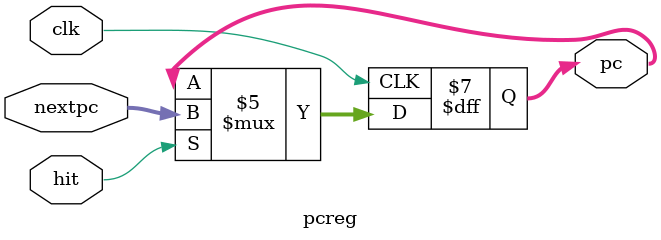
<source format=v>
`timescale 1ns / 1ps
module pcreg(clk,hit,nextpc,pc);
	input wire clk;
	input wire [31:0] nextpc;
	output reg [31:0]pc;
	input wire hit;
	initial begin
		pc=0;
	end
	
	always @(negedge clk)begin
		if(hit == 1)begin
			pc=nextpc;
		end
	end
	

endmodule

</source>
